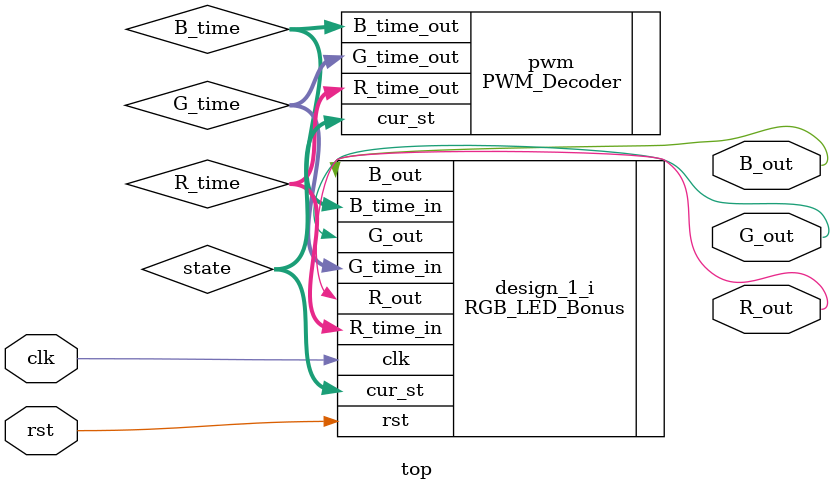
<source format=v>
`include "RGB_LED_Bonus.v"
`include "PWM_Decoder.v"

module top
   (B_out,
    G_out,
    R_out,
    clk,
    rst);
  output B_out;
  output G_out;
  output R_out;
  input clk;
  input rst;

  wire B_out;
  wire G_out;
  wire R_out;
  wire clk;
  wire rst;
  wire [7:0] R_time,
			 G_time,
			 B_time;
	wire [2:0] state;

  RGB_LED_Bonus design_1_i
       (.B_out(B_out),
        .G_out(G_out),
        .R_out(R_out),
        .clk(clk),
        .rst(rst),
		.R_time_in(R_time),
		.G_time_in(G_time),
		.B_time_in(B_time),
		.cur_st(state)
		
		);
		
PWM_Decoder pwm
	(.cur_st(state),
	 .R_time_out(R_time),
	 .G_time_out(G_time),
	 .B_time_out(B_time)
	);
endmodule
</source>
